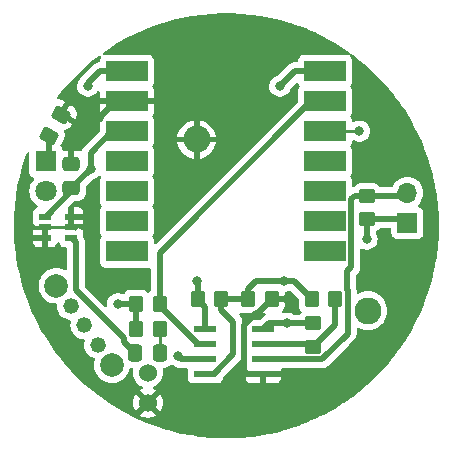
<source format=gbr>
%TF.GenerationSoftware,KiCad,Pcbnew,7.0.9*%
%TF.CreationDate,2024-04-20T20:01:19-07:00*%
%TF.ProjectId,mini_v1,6d696e69-5f76-4312-9e6b-696361645f70,rev?*%
%TF.SameCoordinates,Original*%
%TF.FileFunction,Copper,L2,Bot*%
%TF.FilePolarity,Positive*%
%FSLAX46Y46*%
G04 Gerber Fmt 4.6, Leading zero omitted, Abs format (unit mm)*
G04 Created by KiCad (PCBNEW 7.0.9) date 2024-04-20 20:01:19*
%MOMM*%
%LPD*%
G01*
G04 APERTURE LIST*
G04 Aperture macros list*
%AMRoundRect*
0 Rectangle with rounded corners*
0 $1 Rounding radius*
0 $2 $3 $4 $5 $6 $7 $8 $9 X,Y pos of 4 corners*
0 Add a 4 corners polygon primitive as box body*
4,1,4,$2,$3,$4,$5,$6,$7,$8,$9,$2,$3,0*
0 Add four circle primitives for the rounded corners*
1,1,$1+$1,$2,$3*
1,1,$1+$1,$4,$5*
1,1,$1+$1,$6,$7*
1,1,$1+$1,$8,$9*
0 Add four rect primitives between the rounded corners*
20,1,$1+$1,$2,$3,$4,$5,0*
20,1,$1+$1,$4,$5,$6,$7,0*
20,1,$1+$1,$6,$7,$8,$9,0*
20,1,$1+$1,$8,$9,$2,$3,0*%
G04 Aperture macros list end*
%TA.AperFunction,SMDPad,CuDef*%
%ADD10RoundRect,0.250000X0.242612X-0.529784X0.580112X0.054784X-0.242612X0.529784X-0.580112X-0.054784X0*%
%TD*%
%TA.AperFunction,ComponentPad*%
%ADD11C,1.800000*%
%TD*%
%TA.AperFunction,ComponentPad*%
%ADD12R,1.800000X1.800000*%
%TD*%
%TA.AperFunction,ComponentPad*%
%ADD13C,1.320800*%
%TD*%
%TA.AperFunction,ComponentPad*%
%ADD14C,2.006600*%
%TD*%
%TA.AperFunction,ComponentPad*%
%ADD15C,1.524000*%
%TD*%
%TA.AperFunction,ComponentPad*%
%ADD16C,2.280000*%
%TD*%
%TA.AperFunction,SMDPad,CuDef*%
%ADD17RoundRect,0.250000X-0.350000X-0.450000X0.350000X-0.450000X0.350000X0.450000X-0.350000X0.450000X0*%
%TD*%
%TA.AperFunction,SMDPad,CuDef*%
%ADD18RoundRect,0.250000X-0.337500X-0.475000X0.337500X-0.475000X0.337500X0.475000X-0.337500X0.475000X0*%
%TD*%
%TA.AperFunction,SMDPad,CuDef*%
%ADD19RoundRect,0.250000X0.450000X-0.350000X0.450000X0.350000X-0.450000X0.350000X-0.450000X-0.350000X0*%
%TD*%
%TA.AperFunction,ComponentPad*%
%ADD20R,1.700000X1.700000*%
%TD*%
%TA.AperFunction,ComponentPad*%
%ADD21O,1.700000X1.700000*%
%TD*%
%TA.AperFunction,SMDPad,CuDef*%
%ADD22RoundRect,0.250000X0.350000X0.450000X-0.350000X0.450000X-0.350000X-0.450000X0.350000X-0.450000X0*%
%TD*%
%TA.AperFunction,SMDPad,CuDef*%
%ADD23RoundRect,0.250000X0.475000X-0.337500X0.475000X0.337500X-0.475000X0.337500X-0.475000X-0.337500X0*%
%TD*%
%TA.AperFunction,SMDPad,CuDef*%
%ADD24R,1.981200X0.558800*%
%TD*%
%TA.AperFunction,SMDPad,CuDef*%
%ADD25RoundRect,0.250000X-0.450000X0.350000X-0.450000X-0.350000X0.450000X-0.350000X0.450000X0.350000X0*%
%TD*%
%TA.AperFunction,SMDPad,CuDef*%
%ADD26R,3.556000X1.778000*%
%TD*%
%TA.AperFunction,SMDPad,CuDef*%
%ADD27R,1.030000X0.620000*%
%TD*%
%TA.AperFunction,SMDPad,CuDef*%
%ADD28R,1.030000X0.500000*%
%TD*%
%TA.AperFunction,ViaPad*%
%ADD29C,0.800000*%
%TD*%
%TA.AperFunction,Conductor*%
%ADD30C,0.500000*%
%TD*%
%TA.AperFunction,Conductor*%
%ADD31C,0.250000*%
%TD*%
G04 APERTURE END LIST*
D10*
%TO.P,R3,1*%
%TO.N,Net-(D1-K)*%
X85471000Y-40513000D03*
%TO.P,R3,2*%
%TO.N,GND*%
X86508500Y-38715998D03*
%TD*%
D11*
%TO.P,D1,2,A*%
%TO.N,/D2*%
X85217000Y-45212000D03*
D12*
%TO.P,D1,1,K*%
%TO.N,Net-(D1-K)*%
X85217000Y-42672000D03*
%TD*%
D13*
%TO.P,SW1,1,A*%
%TO.N,VCC*%
X87311714Y-54934939D03*
%TO.P,SW1,2,B*%
%TO.N,Net-(BT1-+)*%
X88458867Y-56573244D03*
%TO.P,SW1,3,C*%
%TO.N,unconnected-(SW1-C-Pad3)*%
X89606021Y-58211549D03*
D14*
%TO.P,SW1,4*%
%TO.N,N/C*%
X86106000Y-53213000D03*
%TO.P,SW1,5*%
X90811735Y-59933488D03*
%TD*%
D15*
%TO.P,C2,2*%
%TO.N,GND*%
X93853000Y-63119000D03*
%TO.P,C2,1*%
%TO.N,/3V3*%
X93853000Y-60579000D03*
%TD*%
D16*
%TO.P,BT1,1,+*%
%TO.N,Net-(BT1-+)*%
X112467386Y-55317386D03*
%TO.P,BT1,2,-*%
%TO.N,GND*%
X97978768Y-40828768D03*
%TD*%
D17*
%TO.P,R1,1*%
%TO.N,/3V3*%
X98060000Y-54356000D03*
%TO.P,R1,2*%
%TO.N,/1{slash}2 3V3*%
X100060000Y-54356000D03*
%TD*%
D18*
%TO.P,C3,1*%
%TO.N,Net-(MK1-OUT)*%
X92769500Y-58928000D03*
%TO.P,C3,2*%
%TO.N,/VMM out*%
X94844500Y-58928000D03*
%TD*%
D19*
%TO.P,Rf2,1*%
%TO.N,/IN1-*%
X107823000Y-58404000D03*
%TO.P,Rf2,2*%
%TO.N,/A0*%
X107823000Y-56404000D03*
%TD*%
D20*
%TO.P,J1,1,Pin_1*%
%TO.N,/1{slash}2 3V3*%
X115824000Y-47884000D03*
D21*
%TO.P,J1,2,Pin_2*%
%TO.N,/Piezo+*%
X115824000Y-45344000D03*
%TD*%
D22*
%TO.P,Rs1,1*%
%TO.N,/VMM out*%
X94837000Y-56881000D03*
%TO.P,Rs1,2*%
%TO.N,/IN2-*%
X92837000Y-56881000D03*
%TD*%
D23*
%TO.P,C1,2*%
%TO.N,GND*%
X87376000Y-42883000D03*
%TO.P,C1,1*%
%TO.N,/3V3*%
X87376000Y-44958000D03*
%TD*%
D17*
%TO.P,Rf1,1*%
%TO.N,/IN2-*%
X92837000Y-54737000D03*
%TO.P,Rf1,2*%
%TO.N,/A1*%
X94837000Y-54737000D03*
%TD*%
D24*
%TO.P,U2,1,1OUT*%
%TO.N,/A0*%
X103632000Y-56896000D03*
%TO.P,U2,2,1IN-*%
%TO.N,/IN1-*%
X103632000Y-58166000D03*
%TO.P,U2,3,1IN+*%
%TO.N,/Piezo+*%
X103632000Y-59436000D03*
%TO.P,U2,4,GND*%
%TO.N,GND*%
X103632000Y-60706000D03*
%TO.P,U2,5,2IN+*%
%TO.N,/1{slash}2 3V3*%
X98704400Y-60706000D03*
%TO.P,U2,6,2IN-*%
%TO.N,/IN2-*%
X98704400Y-59436000D03*
%TO.P,U2,7,2OUT*%
%TO.N,/A1*%
X98704400Y-58166000D03*
%TO.P,U2,8,VDD*%
%TO.N,/3V3*%
X98704400Y-56896000D03*
%TD*%
D17*
%TO.P,R2,1*%
%TO.N,/1{slash}2 3V3*%
X102362000Y-54356000D03*
%TO.P,R2,2*%
%TO.N,GND*%
X104362000Y-54356000D03*
%TD*%
D25*
%TO.P,Rb1,1*%
%TO.N,/Piezo+*%
X112395000Y-45593000D03*
%TO.P,Rb1,2*%
%TO.N,/1{slash}2 3V3*%
X112395000Y-47593000D03*
%TD*%
D26*
%TO.P,U1,1,GPIO1_A0_D0*%
%TO.N,/A0*%
X108839000Y-35052000D03*
%TO.P,U1,2,GPIO2_A1_D1*%
%TO.N,/A1*%
X108839000Y-37592000D03*
%TO.P,U1,3,GPIO3_A2_D2*%
%TO.N,/D2*%
X108839000Y-40132000D03*
%TO.P,U1,4,GPIO4_A3_D3*%
%TO.N,unconnected-(U1-GPIO4_A3_D3-Pad4)*%
X108839000Y-42672000D03*
%TO.P,U1,5,GPIO4_A3_D3_SDA*%
%TO.N,unconnected-(U1-GPIO4_A3_D3_SDA-Pad5)*%
X108839000Y-45212000D03*
%TO.P,U1,6,GPIO6_A5_D5_SCL*%
%TO.N,unconnected-(U1-GPIO6_A5_D5_SCL-Pad6)*%
X108839000Y-47752000D03*
%TO.P,U1,7,GPIO43_TX_D6*%
%TO.N,unconnected-(U1-GPIO43_TX_D6-Pad7)*%
X108839000Y-50292000D03*
%TO.P,U1,8,5V*%
%TO.N,VCC*%
X92075000Y-35052000D03*
%TO.P,U1,9,GND*%
%TO.N,GND*%
X92075000Y-37592000D03*
%TO.P,U1,10,3V3*%
%TO.N,/3V3*%
X92075000Y-40132000D03*
%TO.P,U1,11,GPIO9_A10_D10_COPI*%
%TO.N,unconnected-(U1-GPIO9_A10_D10_COPI-Pad11)*%
X92075000Y-42672000D03*
%TO.P,U1,12,GPIO8_A9_D9_CIPO*%
%TO.N,unconnected-(U1-GPIO8_A9_D9_CIPO-Pad12)*%
X92075000Y-45212000D03*
%TO.P,U1,13,GPIO7_A8_D8_SCK*%
%TO.N,unconnected-(U1-GPIO7_A8_D8_SCK-Pad13)*%
X92075000Y-47752000D03*
%TO.P,U1,14,GPIO44_D7_RX*%
%TO.N,unconnected-(U1-GPIO44_D7_RX-Pad14)*%
X92075000Y-50292000D03*
%TD*%
D17*
%TO.P,Rg1,1*%
%TO.N,/1{slash}2 3V3*%
X107712000Y-54356000D03*
%TO.P,Rg1,2*%
%TO.N,/IN1-*%
X109712000Y-54356000D03*
%TD*%
D27*
%TO.P,MK1,6,OUT*%
%TO.N,Net-(MK1-OUT)*%
X87359000Y-49140000D03*
D28*
%TO.P,MK1,5,GND__3*%
%TO.N,GND*%
X87359000Y-48260000D03*
D27*
%TO.P,MK1,4,GND__2*%
X87359000Y-47380000D03*
%TO.P,MK1,3,VDD*%
%TO.N,/3V3*%
X85149000Y-47380000D03*
D28*
%TO.P,MK1,2,GND__1*%
%TO.N,GND*%
X85149000Y-48260000D03*
D27*
%TO.P,MK1,1,GND*%
X85149000Y-49140000D03*
%TD*%
D29*
%TO.N,/D2*%
X111760000Y-40132000D03*
%TO.N,GND*%
X105664000Y-54356000D03*
X89718000Y-39045000D03*
%TO.N,/3V3*%
X89002071Y-43312271D03*
X98044000Y-52832000D03*
%TO.N,/1{slash}2 3V3*%
X105410000Y-52832000D03*
X112395000Y-49276000D03*
%TO.N,VCC*%
X88773000Y-36322000D03*
%TO.N,/A0*%
X105029000Y-36322000D03*
X105664000Y-56388000D03*
%TO.N,/IN2-*%
X96393000Y-59182000D03*
X91313000Y-54737000D03*
%TD*%
D30*
%TO.N,/3V3*%
X85149000Y-47380000D02*
X85208000Y-47380000D01*
X87376000Y-45212000D02*
X87376000Y-44958000D01*
X85208000Y-47380000D02*
X87376000Y-45212000D01*
D31*
%TO.N,/D2*%
X111760000Y-40132000D02*
X108077000Y-40132000D01*
D30*
%TO.N,Net-(D1-K)*%
X85471000Y-40513000D02*
X85471000Y-42418000D01*
D31*
X85471000Y-42418000D02*
X85217000Y-42672000D01*
D30*
%TO.N,/3V3*%
X87376000Y-44958000D02*
X87376000Y-44938342D01*
X87376000Y-44938342D02*
X89002071Y-43312271D01*
%TO.N,GND*%
X87376000Y-41387000D02*
X87376000Y-42883000D01*
X89718000Y-39045000D02*
X87376000Y-41387000D01*
%TO.N,/3V3*%
X89002071Y-43312271D02*
X89002071Y-41934929D01*
X89002071Y-41934929D02*
X90805000Y-40132000D01*
%TO.N,GND*%
X89718000Y-39045000D02*
X91171000Y-37592000D01*
X91171000Y-37592000D02*
X92837000Y-37592000D01*
%TO.N,/Piezo+*%
X112395000Y-45593000D02*
X111379000Y-45593000D01*
X111379000Y-45593000D02*
X111067000Y-45905000D01*
X108569878Y-59454000D02*
X107076122Y-59454000D01*
X111067000Y-45905000D02*
X111067000Y-51631000D01*
X110762000Y-53609122D02*
X110762000Y-57261878D01*
X111067000Y-51631000D02*
X110744000Y-51954000D01*
X110744000Y-51954000D02*
X110744000Y-53591122D01*
X110744000Y-53591122D02*
X110762000Y-53609122D01*
X110762000Y-57261878D02*
X108569878Y-59454000D01*
X107058122Y-59436000D02*
X103632000Y-59436000D01*
X107076122Y-59454000D02*
X107058122Y-59436000D01*
%TO.N,GND*%
X101981000Y-60452000D02*
X102235000Y-60706000D01*
D31*
X85149000Y-48260000D02*
X85149000Y-49140000D01*
D30*
X104362000Y-54356000D02*
X103212000Y-55506000D01*
D31*
X92837000Y-37592000D02*
X92710000Y-37592000D01*
D30*
X102990000Y-55506000D02*
X101981000Y-56515000D01*
D31*
X85149000Y-48260000D02*
X87359000Y-48260000D01*
X87359000Y-48260000D02*
X87359000Y-47380000D01*
D30*
X102235000Y-60706000D02*
X103632000Y-60706000D01*
D31*
X87639000Y-48378000D02*
X87757000Y-48260000D01*
D30*
X103212000Y-55506000D02*
X102990000Y-55506000D01*
X101981000Y-56515000D02*
X101981000Y-60452000D01*
X104362000Y-54356000D02*
X105664000Y-54356000D01*
D31*
%TO.N,/3V3*%
X90805000Y-40132000D02*
X92710000Y-40132000D01*
D30*
X98704400Y-56896000D02*
X98704400Y-55000400D01*
X98060000Y-52848000D02*
X98044000Y-52832000D01*
X98704400Y-55000400D02*
X98060000Y-54356000D01*
X98060000Y-54356000D02*
X98060000Y-52848000D01*
%TO.N,Net-(MK1-OUT)*%
X91787000Y-57945500D02*
X92769500Y-58928000D01*
X87757000Y-53594000D02*
X91787000Y-57624000D01*
X87359000Y-49140000D02*
X87757000Y-49538000D01*
X91787000Y-57624000D02*
X91787000Y-57945500D01*
X87757000Y-49538000D02*
X87757000Y-53594000D01*
%TO.N,/1{slash}2 3V3*%
X101092000Y-56261000D02*
X101092000Y-59029600D01*
X100060000Y-54356000D02*
X100060000Y-55229000D01*
X102362000Y-54356000D02*
X102362000Y-53467000D01*
X100060000Y-55229000D02*
X101092000Y-56261000D01*
X112395000Y-47593000D02*
X115533000Y-47593000D01*
D31*
X99415600Y-60706000D02*
X98704400Y-60706000D01*
D30*
X102362000Y-53467000D02*
X102997000Y-52832000D01*
X106188000Y-52832000D02*
X107712000Y-54356000D01*
X115533000Y-47593000D02*
X115824000Y-47884000D01*
X101092000Y-59029600D02*
X99415600Y-60706000D01*
X112395000Y-47593000D02*
X112395000Y-49276000D01*
X100060000Y-54356000D02*
X102362000Y-54356000D01*
X105410000Y-52832000D02*
X106188000Y-52832000D01*
X102997000Y-52832000D02*
X105410000Y-52832000D01*
%TO.N,/Piezo+*%
X115575000Y-45593000D02*
X115824000Y-45344000D01*
X112395000Y-45593000D02*
X115575000Y-45593000D01*
%TO.N,VCC*%
X88773000Y-36068000D02*
X88773000Y-36322000D01*
X92837000Y-35052000D02*
X89789000Y-35052000D01*
X89789000Y-35052000D02*
X88773000Y-36068000D01*
D31*
%TO.N,/A0*%
X104394000Y-56388000D02*
X104410000Y-56404000D01*
D30*
X103632000Y-56896000D02*
X104140000Y-56388000D01*
X105664000Y-56388000D02*
X105680000Y-56404000D01*
X108077000Y-35052000D02*
X106299000Y-35052000D01*
X104410000Y-56404000D02*
X105648000Y-56404000D01*
X104140000Y-56388000D02*
X104394000Y-56388000D01*
X105648000Y-56404000D02*
X105664000Y-56388000D01*
X105680000Y-56404000D02*
X107823000Y-56404000D01*
X106299000Y-35052000D02*
X105029000Y-36322000D01*
%TO.N,/A1*%
X98054400Y-58166000D02*
X94837000Y-54948600D01*
X94837000Y-50451000D02*
X107696000Y-37592000D01*
X98704400Y-58166000D02*
X98054400Y-58166000D01*
D31*
X94837000Y-54948600D02*
X94837000Y-54737000D01*
D30*
X94837000Y-54737000D02*
X94837000Y-50451000D01*
X107696000Y-37592000D02*
X107950000Y-37592000D01*
D31*
%TO.N,/VMM out*%
X94837000Y-56881000D02*
X94837000Y-58920500D01*
X94844500Y-56888500D02*
X94837000Y-56881000D01*
X94837000Y-58920500D02*
X94844500Y-58928000D01*
D30*
%TO.N,/IN2-*%
X96647000Y-59436000D02*
X96393000Y-59182000D01*
X92837000Y-56881000D02*
X92837000Y-54737000D01*
X92837000Y-54737000D02*
X91313000Y-54737000D01*
X98704400Y-59436000D02*
X96647000Y-59436000D01*
D31*
%TO.N,/IN1-*%
X107585000Y-58166000D02*
X107823000Y-58404000D01*
D30*
X103632000Y-58166000D02*
X107585000Y-58166000D01*
X109712000Y-56515000D02*
X107823000Y-58404000D01*
X109712000Y-54356000D02*
X109712000Y-56515000D01*
%TD*%
%TA.AperFunction,Conductor*%
%TO.N,GND*%
G36*
X100935494Y-30139504D02*
G01*
X101684919Y-30174669D01*
X101780723Y-30180333D01*
X102521732Y-30250028D01*
X102623087Y-30260843D01*
X103354539Y-30364420D01*
X103460682Y-30380846D01*
X104181382Y-30517626D01*
X104291712Y-30540081D01*
X105000442Y-30709354D01*
X105114318Y-30738191D01*
X105810016Y-30939249D01*
X105926663Y-30974728D01*
X106567183Y-31192853D01*
X106608099Y-31206787D01*
X106727013Y-31249186D01*
X107393082Y-31511457D01*
X107513532Y-31560933D01*
X108163183Y-31852612D01*
X108284524Y-31909292D01*
X108916642Y-32229508D01*
X109038270Y-32293484D01*
X109651796Y-32641339D01*
X109741989Y-32694364D01*
X109773129Y-32712671D01*
X110367075Y-33087261D01*
X110443128Y-33136949D01*
X110487410Y-33165879D01*
X110951326Y-33489817D01*
X110961190Y-33496705D01*
X111004886Y-33551224D01*
X111011742Y-33616634D01*
X111078633Y-33602083D01*
X111142437Y-33625278D01*
X111179613Y-33652154D01*
X111731490Y-34077339D01*
X111848187Y-34170402D01*
X112377619Y-34619369D01*
X112491639Y-34719461D01*
X112997764Y-35191184D01*
X113108557Y-35298119D01*
X113590532Y-35791529D01*
X113697596Y-35905110D01*
X114068273Y-36322000D01*
X114154584Y-36419072D01*
X114257440Y-36539070D01*
X114688683Y-37072463D01*
X114714904Y-37106151D01*
X114774828Y-37183142D01*
X114786861Y-37198601D01*
X114959567Y-37433981D01*
X115191621Y-37750247D01*
X115284718Y-37882280D01*
X115427367Y-38097129D01*
X115662310Y-38450987D01*
X115749869Y-38588527D01*
X116099662Y-39173091D01*
X116181330Y-39315840D01*
X116502712Y-39914990D01*
X116578131Y-40062576D01*
X116870575Y-40675081D01*
X116939398Y-40827076D01*
X117202423Y-41451696D01*
X117212196Y-41476311D01*
X117251621Y-41575614D01*
X117264337Y-41607642D01*
X117311118Y-41735135D01*
X117497484Y-42243052D01*
X117552265Y-42402622D01*
X117755131Y-43047497D01*
X117802513Y-43210155D01*
X117974766Y-43863209D01*
X118014559Y-44028528D01*
X118155890Y-44688365D01*
X118187935Y-44855922D01*
X118298112Y-45521232D01*
X118322257Y-45690458D01*
X118401091Y-46359879D01*
X118417248Y-46530374D01*
X118464599Y-47202488D01*
X118472697Y-47373773D01*
X118490465Y-48131546D01*
X118490465Y-48134452D01*
X118472697Y-48892226D01*
X118464599Y-49063511D01*
X118417248Y-49735625D01*
X118401091Y-49906120D01*
X118322257Y-50575541D01*
X118298112Y-50744767D01*
X118187935Y-51410077D01*
X118155890Y-51577634D01*
X118014559Y-52237471D01*
X117974766Y-52402790D01*
X117802513Y-53055844D01*
X117755131Y-53218502D01*
X117552265Y-53863377D01*
X117497484Y-54022947D01*
X117264341Y-54658348D01*
X117202423Y-54814303D01*
X116939398Y-55438923D01*
X116870575Y-55590918D01*
X116578131Y-56203423D01*
X116502712Y-56351009D01*
X116181330Y-56950159D01*
X116099662Y-57092908D01*
X115749869Y-57677472D01*
X115662310Y-57815012D01*
X115284720Y-58383718D01*
X115191621Y-58515752D01*
X114786868Y-59067389D01*
X114688683Y-59193536D01*
X114257440Y-59726929D01*
X114154584Y-59846927D01*
X113697598Y-60360887D01*
X113680776Y-60378735D01*
X113590532Y-60474470D01*
X113108557Y-60967880D01*
X112997764Y-61074815D01*
X112491639Y-61546538D01*
X112377619Y-61646630D01*
X111848187Y-62095597D01*
X111731490Y-62188660D01*
X111179613Y-62613845D01*
X111060828Y-62699720D01*
X110487414Y-63100117D01*
X110367075Y-63178738D01*
X109773129Y-63553328D01*
X109651780Y-63624670D01*
X109038296Y-63972501D01*
X108997474Y-63993974D01*
X108916621Y-64036502D01*
X108284534Y-64356702D01*
X108251250Y-64372250D01*
X108163160Y-64413397D01*
X107513547Y-64705060D01*
X107393066Y-64754548D01*
X106727016Y-65016812D01*
X106608099Y-65059212D01*
X105926676Y-65291267D01*
X105809973Y-65326762D01*
X105114324Y-65527806D01*
X105000436Y-65556647D01*
X104291727Y-65725915D01*
X104181325Y-65748384D01*
X103460694Y-65885151D01*
X103354502Y-65901585D01*
X102623087Y-66005156D01*
X102521715Y-66015972D01*
X101780748Y-66085664D01*
X101684881Y-66091332D01*
X100935502Y-66126495D01*
X100866011Y-66127315D01*
X100845926Y-66127553D01*
X100089287Y-66127553D01*
X100006521Y-66124619D01*
X99243965Y-66088837D01*
X99168582Y-66082591D01*
X98401338Y-66010428D01*
X98343029Y-66002810D01*
X98334154Y-66001650D01*
X98219234Y-65985377D01*
X97563293Y-65892493D01*
X97505023Y-65882061D01*
X96731729Y-65735299D01*
X96682895Y-65724153D01*
X95908442Y-65539182D01*
X95869730Y-65528400D01*
X95095267Y-65304578D01*
X95074137Y-65297603D01*
X95067269Y-65295335D01*
X94294023Y-65032011D01*
X94280951Y-65027000D01*
X94277345Y-65025617D01*
X93506446Y-64722068D01*
X93501590Y-64719937D01*
X92736998Y-64376652D01*
X92734374Y-64375399D01*
X91984140Y-63995349D01*
X91981578Y-63993974D01*
X91249991Y-63579182D01*
X91247513Y-63577700D01*
X90536128Y-63129043D01*
X90533742Y-63127459D01*
X89844176Y-62645957D01*
X89841843Y-62644245D01*
X89635909Y-62485586D01*
X89175617Y-62130961D01*
X89173390Y-62129160D01*
X88531933Y-61585194D01*
X88529805Y-61583302D01*
X87914537Y-61009855D01*
X87912479Y-61007843D01*
X87872045Y-60966450D01*
X87324799Y-60406221D01*
X87322836Y-60404114D01*
X87318843Y-60399623D01*
X86763997Y-59775602D01*
X86762148Y-59773422D01*
X86233382Y-59119406D01*
X86231613Y-59117109D01*
X86017505Y-58825302D01*
X85734089Y-58439035D01*
X85732448Y-58436686D01*
X85267241Y-57736018D01*
X85265710Y-57733590D01*
X84962217Y-57226400D01*
X84833859Y-57011891D01*
X84832425Y-57009362D01*
X84434888Y-56268237D01*
X84433595Y-56265683D01*
X84135490Y-55641322D01*
X84071225Y-55506724D01*
X84070048Y-55504102D01*
X83743647Y-54728980D01*
X83742590Y-54726295D01*
X83452885Y-53936744D01*
X83451952Y-53934003D01*
X83448558Y-53923215D01*
X83199582Y-53131766D01*
X83198784Y-53129008D01*
X82984277Y-52315757D01*
X82983612Y-52312970D01*
X82807469Y-51490607D01*
X82806927Y-51487751D01*
X82684123Y-50746189D01*
X82669525Y-50658038D01*
X82669123Y-50655201D01*
X82570755Y-49819901D01*
X82570490Y-49817080D01*
X82540402Y-49390000D01*
X84134000Y-49390000D01*
X84134000Y-49497844D01*
X84140401Y-49557372D01*
X84140403Y-49557379D01*
X84190645Y-49692086D01*
X84190649Y-49692093D01*
X84276809Y-49807187D01*
X84276812Y-49807190D01*
X84391906Y-49893350D01*
X84391913Y-49893354D01*
X84526620Y-49943596D01*
X84526627Y-49943598D01*
X84586155Y-49949999D01*
X84586172Y-49950000D01*
X84899000Y-49950000D01*
X84899000Y-49390000D01*
X84134000Y-49390000D01*
X82540402Y-49390000D01*
X82511383Y-48978098D01*
X82511249Y-48975234D01*
X82509250Y-48890000D01*
X82500340Y-48510000D01*
X84134000Y-48510000D01*
X84134000Y-48557844D01*
X84140401Y-48617372D01*
X84140403Y-48617382D01*
X84143867Y-48626668D01*
X84148851Y-48696359D01*
X84143867Y-48713332D01*
X84140403Y-48722617D01*
X84140401Y-48722627D01*
X84134000Y-48782155D01*
X84134000Y-48890000D01*
X84899000Y-48890000D01*
X84899000Y-48510000D01*
X84134000Y-48510000D01*
X82500340Y-48510000D01*
X82491534Y-48134449D01*
X82491534Y-48131546D01*
X82493504Y-48047546D01*
X82511249Y-47290756D01*
X82511383Y-47287903D01*
X82570490Y-46448915D01*
X82570754Y-46446102D01*
X82669123Y-45610792D01*
X82669527Y-45607948D01*
X82674253Y-45579413D01*
X82806928Y-44778239D01*
X82807469Y-44775392D01*
X82983613Y-43953020D01*
X82984274Y-43950252D01*
X83198787Y-43136980D01*
X83199583Y-43134232D01*
X83451962Y-42331965D01*
X83452880Y-42329268D01*
X83576089Y-41993478D01*
X83617662Y-41937324D01*
X83682995Y-41912559D01*
X83751346Y-41927047D01*
X83801014Y-41976188D01*
X83816500Y-42036194D01*
X83816500Y-43619870D01*
X83816501Y-43619876D01*
X83822908Y-43679483D01*
X83873202Y-43814328D01*
X83873206Y-43814335D01*
X83959452Y-43929544D01*
X83959455Y-43929547D01*
X84074664Y-44015793D01*
X84074673Y-44015798D01*
X84154904Y-44045722D01*
X84210838Y-44087593D01*
X84235256Y-44153057D01*
X84220405Y-44221330D01*
X84202802Y-44245886D01*
X84108019Y-44348849D01*
X83981075Y-44543151D01*
X83887842Y-44755699D01*
X83830866Y-44980691D01*
X83830864Y-44980702D01*
X83811700Y-45211993D01*
X83811700Y-45212006D01*
X83830864Y-45443297D01*
X83830866Y-45443308D01*
X83887842Y-45668300D01*
X83981075Y-45880848D01*
X84108016Y-46075147D01*
X84108019Y-46075151D01*
X84108021Y-46075153D01*
X84265216Y-46245913D01*
X84265219Y-46245915D01*
X84265222Y-46245918D01*
X84448365Y-46388464D01*
X84452666Y-46391274D01*
X84451537Y-46393002D01*
X84494884Y-46436003D01*
X84510008Y-46504216D01*
X84485854Y-46569778D01*
X84430088Y-46611872D01*
X84429624Y-46612046D01*
X84391676Y-46626200D01*
X84391664Y-46626206D01*
X84276455Y-46712452D01*
X84276452Y-46712455D01*
X84190206Y-46827664D01*
X84190202Y-46827671D01*
X84139910Y-46962513D01*
X84139909Y-46962517D01*
X84133500Y-47022127D01*
X84133500Y-47022134D01*
X84133500Y-47022135D01*
X84133500Y-47737870D01*
X84133501Y-47737876D01*
X84139909Y-47797484D01*
X84143601Y-47807384D01*
X84148583Y-47877076D01*
X84143602Y-47894042D01*
X84140403Y-47902618D01*
X84140401Y-47902627D01*
X84134000Y-47962155D01*
X84134000Y-48010000D01*
X84187546Y-48010000D01*
X84254585Y-48029685D01*
X84275227Y-48046319D01*
X84276455Y-48047547D01*
X84391664Y-48133793D01*
X84391671Y-48133797D01*
X84526517Y-48184091D01*
X84526516Y-48184091D01*
X84533444Y-48184835D01*
X84586127Y-48190500D01*
X85275001Y-48190499D01*
X85342039Y-48210183D01*
X85387794Y-48262987D01*
X85399000Y-48314499D01*
X85399000Y-49950000D01*
X85711828Y-49950000D01*
X85711844Y-49949999D01*
X85771372Y-49943598D01*
X85771379Y-49943596D01*
X85906086Y-49893354D01*
X85906093Y-49893350D01*
X86021187Y-49807190D01*
X86021190Y-49807187D01*
X86107350Y-49692093D01*
X86107355Y-49692084D01*
X86137551Y-49611124D01*
X86179421Y-49555190D01*
X86244885Y-49530772D01*
X86313159Y-49545623D01*
X86362564Y-49595028D01*
X86369915Y-49611123D01*
X86400202Y-49692328D01*
X86400206Y-49692335D01*
X86486452Y-49807544D01*
X86486455Y-49807547D01*
X86601664Y-49893793D01*
X86601671Y-49893797D01*
X86634711Y-49906120D01*
X86736517Y-49944091D01*
X86796127Y-49950500D01*
X86882501Y-49950499D01*
X86949538Y-49970183D01*
X86995294Y-50022986D01*
X87006500Y-50074499D01*
X87006500Y-51779710D01*
X86986815Y-51846749D01*
X86934011Y-51892504D01*
X86864853Y-51902448D01*
X86817712Y-51885438D01*
X86790823Y-51868961D01*
X86572136Y-51778378D01*
X86341977Y-51723122D01*
X86106000Y-51704550D01*
X85870022Y-51723122D01*
X85639863Y-51778378D01*
X85421177Y-51868960D01*
X85219359Y-51992634D01*
X85219358Y-51992635D01*
X85039365Y-52146365D01*
X84885635Y-52326358D01*
X84885634Y-52326359D01*
X84761960Y-52528177D01*
X84671378Y-52746863D01*
X84616122Y-52977022D01*
X84597550Y-53213000D01*
X84616122Y-53448977D01*
X84671378Y-53679136D01*
X84761960Y-53897822D01*
X84885634Y-54099640D01*
X84885635Y-54099641D01*
X84885636Y-54099643D01*
X84885638Y-54099645D01*
X85039365Y-54279635D01*
X85219355Y-54433362D01*
X85219357Y-54433363D01*
X85219358Y-54433364D01*
X85219359Y-54433365D01*
X85421177Y-54557039D01*
X85639863Y-54647621D01*
X85870026Y-54702878D01*
X86039849Y-54716243D01*
X86105137Y-54741127D01*
X86146607Y-54797358D01*
X86153590Y-54851301D01*
X86145841Y-54934936D01*
X86145841Y-54934939D01*
X86165691Y-55149167D01*
X86224569Y-55356098D01*
X86224574Y-55356111D01*
X86320465Y-55548685D01*
X86320467Y-55548688D01*
X86320469Y-55548692D01*
X86320472Y-55548696D01*
X86320474Y-55548699D01*
X86362121Y-55603849D01*
X86450123Y-55720383D01*
X86450126Y-55720385D01*
X86450128Y-55720388D01*
X86609116Y-55865324D01*
X86609118Y-55865325D01*
X86609119Y-55865326D01*
X86792040Y-55978586D01*
X86992658Y-56056306D01*
X87204141Y-56095839D01*
X87223523Y-56095839D01*
X87290562Y-56115524D01*
X87336317Y-56168328D01*
X87346261Y-56237486D01*
X87342789Y-56253773D01*
X87312845Y-56359013D01*
X87312844Y-56359015D01*
X87292994Y-56573243D01*
X87292994Y-56573244D01*
X87312844Y-56787472D01*
X87371722Y-56994403D01*
X87371727Y-56994416D01*
X87467618Y-57186990D01*
X87467620Y-57186993D01*
X87467622Y-57186997D01*
X87467625Y-57187001D01*
X87467627Y-57187004D01*
X87514553Y-57249144D01*
X87597276Y-57358688D01*
X87597279Y-57358690D01*
X87597281Y-57358693D01*
X87756269Y-57503629D01*
X87756271Y-57503630D01*
X87756272Y-57503631D01*
X87939193Y-57616891D01*
X88139811Y-57694611D01*
X88351294Y-57734144D01*
X88370677Y-57734144D01*
X88437716Y-57753829D01*
X88483471Y-57806633D01*
X88493415Y-57875791D01*
X88489943Y-57892078D01*
X88459999Y-57997318D01*
X88459998Y-57997320D01*
X88440148Y-58211548D01*
X88440148Y-58211549D01*
X88459998Y-58425777D01*
X88518876Y-58632708D01*
X88518881Y-58632721D01*
X88614772Y-58825295D01*
X88614774Y-58825298D01*
X88614776Y-58825302D01*
X88744430Y-58996993D01*
X88744433Y-58996995D01*
X88744435Y-58996998D01*
X88903423Y-59141934D01*
X88903425Y-59141935D01*
X88903426Y-59141936D01*
X89086347Y-59255196D01*
X89086348Y-59255196D01*
X89086349Y-59255197D01*
X89135257Y-59274144D01*
X89286965Y-59332916D01*
X89286976Y-59332918D01*
X89287127Y-59332961D01*
X89287199Y-59333006D01*
X89292311Y-59334987D01*
X89291924Y-59335985D01*
X89346228Y-59370227D01*
X89375800Y-59433531D01*
X89373793Y-59481182D01*
X89321857Y-59697510D01*
X89303285Y-59933488D01*
X89321857Y-60169465D01*
X89377113Y-60399624D01*
X89467695Y-60618310D01*
X89591369Y-60820128D01*
X89591370Y-60820129D01*
X89591371Y-60820131D01*
X89591373Y-60820133D01*
X89745100Y-61000123D01*
X89925090Y-61153850D01*
X89925092Y-61153851D01*
X89925093Y-61153852D01*
X89925094Y-61153853D01*
X90126912Y-61277527D01*
X90283982Y-61342587D01*
X90345598Y-61368109D01*
X90575761Y-61423366D01*
X90811735Y-61441938D01*
X91047709Y-61423366D01*
X91277872Y-61368109D01*
X91496557Y-61277527D01*
X91698380Y-61153850D01*
X91878370Y-61000123D01*
X92032097Y-60820133D01*
X92155774Y-60618310D01*
X92246356Y-60399625D01*
X92282625Y-60248549D01*
X92317414Y-60187961D01*
X92379440Y-60155796D01*
X92403188Y-60153499D01*
X92498376Y-60153499D01*
X92565414Y-60173184D01*
X92611169Y-60225988D01*
X92621113Y-60295146D01*
X92618150Y-60309591D01*
X92604931Y-60358926D01*
X92604930Y-60358930D01*
X92604930Y-60358932D01*
X92603194Y-60378772D01*
X92585677Y-60578997D01*
X92585677Y-60579002D01*
X92604929Y-60799062D01*
X92604930Y-60799070D01*
X92662104Y-61012445D01*
X92662105Y-61012447D01*
X92662106Y-61012450D01*
X92728042Y-61153850D01*
X92755466Y-61212662D01*
X92755468Y-61212666D01*
X92882170Y-61393615D01*
X92882175Y-61393621D01*
X93038378Y-61549824D01*
X93038384Y-61549829D01*
X93219333Y-61676531D01*
X93219335Y-61676532D01*
X93219338Y-61676534D01*
X93348781Y-61736894D01*
X93401220Y-61783066D01*
X93420372Y-61850260D01*
X93400156Y-61917141D01*
X93348781Y-61961658D01*
X93219586Y-62021903D01*
X93154812Y-62067257D01*
X93154811Y-62067258D01*
X93825554Y-62738000D01*
X93821431Y-62738000D01*
X93727579Y-62753661D01*
X93615749Y-62814180D01*
X93529629Y-62907731D01*
X93478552Y-63024177D01*
X93472894Y-63092447D01*
X92801258Y-62420811D01*
X92801257Y-62420812D01*
X92755903Y-62485586D01*
X92662579Y-62685720D01*
X92662575Y-62685729D01*
X92605426Y-62899013D01*
X92605424Y-62899023D01*
X92586179Y-63118999D01*
X92586179Y-63119000D01*
X92605424Y-63338976D01*
X92605426Y-63338986D01*
X92662575Y-63552270D01*
X92662580Y-63552284D01*
X92755899Y-63752407D01*
X92755900Y-63752409D01*
X92801258Y-63817187D01*
X93468096Y-63150349D01*
X93468051Y-63150898D01*
X93499266Y-63274162D01*
X93568813Y-63380612D01*
X93669157Y-63458713D01*
X93789422Y-63500000D01*
X93825553Y-63500000D01*
X93154811Y-64170741D01*
X93219582Y-64216094D01*
X93219592Y-64216100D01*
X93419715Y-64309419D01*
X93419729Y-64309424D01*
X93633013Y-64366573D01*
X93633023Y-64366575D01*
X93852999Y-64385821D01*
X93853001Y-64385821D01*
X94072976Y-64366575D01*
X94072986Y-64366573D01*
X94286270Y-64309424D01*
X94286284Y-64309419D01*
X94486408Y-64216100D01*
X94486420Y-64216093D01*
X94551186Y-64170742D01*
X94551187Y-64170740D01*
X93880448Y-63500000D01*
X93884569Y-63500000D01*
X93978421Y-63484339D01*
X94090251Y-63423820D01*
X94176371Y-63330269D01*
X94227448Y-63213823D01*
X94233105Y-63145552D01*
X94904740Y-63817187D01*
X94904742Y-63817186D01*
X94950093Y-63752420D01*
X94950100Y-63752408D01*
X95043419Y-63552284D01*
X95043424Y-63552270D01*
X95100573Y-63338986D01*
X95100575Y-63338976D01*
X95119821Y-63119000D01*
X95119821Y-63118999D01*
X95100575Y-62899023D01*
X95100573Y-62899013D01*
X95043424Y-62685729D01*
X95043420Y-62685720D01*
X94950098Y-62485590D01*
X94904740Y-62420811D01*
X94237903Y-63087648D01*
X94237949Y-63087102D01*
X94206734Y-62963838D01*
X94137187Y-62857388D01*
X94036843Y-62779287D01*
X93916578Y-62738000D01*
X93880447Y-62738000D01*
X94551187Y-62067258D01*
X94486409Y-62021900D01*
X94486407Y-62021899D01*
X94357219Y-61961658D01*
X94304779Y-61915486D01*
X94285627Y-61848293D01*
X94305843Y-61781411D01*
X94357219Y-61736894D01*
X94486662Y-61676534D01*
X94667620Y-61549826D01*
X94823826Y-61393620D01*
X94950534Y-61212662D01*
X95043894Y-61012450D01*
X95101070Y-60799068D01*
X95120323Y-60579000D01*
X95101070Y-60358932D01*
X95087849Y-60309591D01*
X95089512Y-60239743D01*
X95128674Y-60181881D01*
X95192902Y-60154376D01*
X95207624Y-60153499D01*
X95232002Y-60153499D01*
X95232008Y-60153499D01*
X95334797Y-60142999D01*
X95501334Y-60087814D01*
X95650656Y-59995712D01*
X95714765Y-59931602D01*
X95776084Y-59898120D01*
X95845776Y-59903104D01*
X95875324Y-59918965D01*
X95928677Y-59957728D01*
X95940270Y-59966151D01*
X96113192Y-60043142D01*
X96113197Y-60043144D01*
X96212428Y-60064236D01*
X96243489Y-60076678D01*
X96243779Y-60076059D01*
X96250321Y-60079109D01*
X96250323Y-60079111D01*
X96319930Y-60111569D01*
X96388567Y-60146040D01*
X96388576Y-60146042D01*
X96395355Y-60148510D01*
X96395334Y-60148567D01*
X96402451Y-60151040D01*
X96402470Y-60150984D01*
X96409330Y-60153257D01*
X96484532Y-60168784D01*
X96559279Y-60186500D01*
X96559288Y-60186500D01*
X96566452Y-60187338D01*
X96566445Y-60187397D01*
X96573946Y-60188163D01*
X96573952Y-60188104D01*
X96581140Y-60188733D01*
X96581143Y-60188732D01*
X96581144Y-60188733D01*
X96657898Y-60186500D01*
X97095921Y-60186500D01*
X97162960Y-60206185D01*
X97208715Y-60258989D01*
X97219210Y-60323752D01*
X97213300Y-60378727D01*
X97213300Y-60378734D01*
X97213300Y-60378735D01*
X97213300Y-61033270D01*
X97213301Y-61033276D01*
X97219708Y-61092883D01*
X97270002Y-61227728D01*
X97270006Y-61227735D01*
X97356252Y-61342944D01*
X97356255Y-61342947D01*
X97471464Y-61429193D01*
X97471471Y-61429197D01*
X97606317Y-61479491D01*
X97606316Y-61479491D01*
X97613244Y-61480235D01*
X97665927Y-61485900D01*
X99742872Y-61485899D01*
X99802483Y-61479491D01*
X99937331Y-61429196D01*
X100052546Y-61342946D01*
X100138796Y-61227731D01*
X100189091Y-61092883D01*
X100195500Y-61033273D01*
X100195499Y-61033258D01*
X100195549Y-61032345D01*
X100195623Y-61032134D01*
X100195856Y-61029969D01*
X100196367Y-61030023D01*
X100218779Y-60966450D01*
X100227670Y-60956000D01*
X102141400Y-60956000D01*
X102141400Y-61033244D01*
X102147801Y-61092772D01*
X102147803Y-61092779D01*
X102198045Y-61227486D01*
X102198049Y-61227493D01*
X102284209Y-61342587D01*
X102284212Y-61342590D01*
X102399306Y-61428750D01*
X102399313Y-61428754D01*
X102534020Y-61478996D01*
X102534027Y-61478998D01*
X102593555Y-61485399D01*
X102593572Y-61485400D01*
X103382000Y-61485400D01*
X103382000Y-60956000D01*
X103882000Y-60956000D01*
X103882000Y-61485400D01*
X104670428Y-61485400D01*
X104670444Y-61485399D01*
X104729972Y-61478998D01*
X104729979Y-61478996D01*
X104864686Y-61428754D01*
X104864693Y-61428750D01*
X104979787Y-61342590D01*
X104979790Y-61342587D01*
X105065950Y-61227493D01*
X105065954Y-61227486D01*
X105116196Y-61092779D01*
X105116198Y-61092772D01*
X105122599Y-61033244D01*
X105122600Y-61033227D01*
X105122600Y-60956000D01*
X103882000Y-60956000D01*
X103382000Y-60956000D01*
X102141400Y-60956000D01*
X100227670Y-60956000D01*
X100231686Y-60951279D01*
X101577638Y-59605327D01*
X101591267Y-59593550D01*
X101610530Y-59579210D01*
X101610532Y-59579206D01*
X101610534Y-59579206D01*
X101628663Y-59557599D01*
X101644113Y-59539185D01*
X101647767Y-59535199D01*
X101653591Y-59529376D01*
X101673930Y-59503652D01*
X101723302Y-59444814D01*
X101723306Y-59444805D01*
X101727274Y-59438775D01*
X101727325Y-59438808D01*
X101731369Y-59432460D01*
X101731317Y-59432428D01*
X101735104Y-59426285D01*
X101735111Y-59426277D01*
X101767572Y-59356663D01*
X101802040Y-59288033D01*
X101802041Y-59288027D01*
X101804508Y-59281250D01*
X101804566Y-59281271D01*
X101807043Y-59274144D01*
X101806986Y-59274126D01*
X101809255Y-59267279D01*
X101809256Y-59267274D01*
X101809257Y-59267272D01*
X101824790Y-59192041D01*
X101842500Y-59117321D01*
X101842500Y-59117319D01*
X101843339Y-59110148D01*
X101843398Y-59110154D01*
X101844164Y-59102654D01*
X101844105Y-59102649D01*
X101844734Y-59095459D01*
X101843385Y-59049113D01*
X101842500Y-59018682D01*
X101842500Y-56324705D01*
X101843809Y-56306735D01*
X101844223Y-56303905D01*
X101847289Y-56282977D01*
X101846871Y-56278203D01*
X101842736Y-56230939D01*
X101842500Y-56225532D01*
X101842500Y-56217297D01*
X101842500Y-56217291D01*
X101838691Y-56184707D01*
X101837649Y-56172802D01*
X101835837Y-56152082D01*
X101831998Y-56108202D01*
X101831996Y-56108197D01*
X101830538Y-56101133D01*
X101830597Y-56101120D01*
X101828967Y-56093764D01*
X101828908Y-56093779D01*
X101827242Y-56086753D01*
X101827241Y-56086745D01*
X101800973Y-56014573D01*
X101793526Y-55992100D01*
X101776815Y-55941666D01*
X101773763Y-55935121D01*
X101773817Y-55935095D01*
X101770533Y-55928312D01*
X101770480Y-55928340D01*
X101767238Y-55921885D01*
X101750661Y-55896681D01*
X101725029Y-55857709D01*
X101684711Y-55792344D01*
X101684710Y-55792343D01*
X101684709Y-55792341D01*
X101680233Y-55786681D01*
X101680280Y-55786643D01*
X101675519Y-55780799D01*
X101675474Y-55780838D01*
X101670834Y-55775309D01*
X101670832Y-55775307D01*
X101670830Y-55775304D01*
X101639546Y-55745789D01*
X101614965Y-55722597D01*
X101599762Y-55707394D01*
X101566277Y-55646071D01*
X101571261Y-55576379D01*
X101613133Y-55520446D01*
X101678597Y-55496029D01*
X101726442Y-55502006D01*
X101859203Y-55545999D01*
X101961991Y-55556500D01*
X102762008Y-55556499D01*
X102762016Y-55556498D01*
X102762019Y-55556498D01*
X102818302Y-55550748D01*
X102864797Y-55545999D01*
X103031334Y-55490814D01*
X103180656Y-55398712D01*
X103274675Y-55304692D01*
X103335994Y-55271210D01*
X103405686Y-55276194D01*
X103450034Y-55304695D01*
X103543654Y-55398315D01*
X103692875Y-55490356D01*
X103692880Y-55490358D01*
X103746434Y-55508104D01*
X103803879Y-55547876D01*
X103830702Y-55612392D01*
X103818387Y-55681168D01*
X103775571Y-55729409D01*
X103736700Y-55754976D01*
X103671350Y-55795284D01*
X103665682Y-55799766D01*
X103665646Y-55799720D01*
X103659798Y-55804484D01*
X103659835Y-55804528D01*
X103654310Y-55809164D01*
X103601599Y-55865033D01*
X103386850Y-56079781D01*
X103325527Y-56113266D01*
X103299169Y-56116100D01*
X102593529Y-56116100D01*
X102593523Y-56116101D01*
X102533916Y-56122508D01*
X102399071Y-56172802D01*
X102399064Y-56172806D01*
X102283855Y-56259052D01*
X102283852Y-56259055D01*
X102197606Y-56374264D01*
X102197602Y-56374271D01*
X102147310Y-56509113D01*
X102147309Y-56509117D01*
X102140900Y-56568727D01*
X102140900Y-56568734D01*
X102140900Y-56568735D01*
X102140900Y-57223270D01*
X102140901Y-57223276D01*
X102147308Y-57282883D01*
X102197602Y-57417728D01*
X102197603Y-57417730D01*
X102226768Y-57456690D01*
X102251184Y-57522155D01*
X102236332Y-57590428D01*
X102226768Y-57605310D01*
X102197603Y-57644269D01*
X102197602Y-57644271D01*
X102147310Y-57779113D01*
X102147309Y-57779117D01*
X102140900Y-57838727D01*
X102140900Y-57838734D01*
X102140900Y-57838735D01*
X102140900Y-58493270D01*
X102140901Y-58493276D01*
X102147308Y-58552883D01*
X102197602Y-58687728D01*
X102197603Y-58687730D01*
X102226768Y-58726690D01*
X102251184Y-58792155D01*
X102236332Y-58860428D01*
X102226768Y-58875310D01*
X102197603Y-58914269D01*
X102197602Y-58914271D01*
X102147310Y-59049113D01*
X102147309Y-59049117D01*
X102140900Y-59108727D01*
X102140900Y-59108734D01*
X102140900Y-59108735D01*
X102140900Y-59763270D01*
X102140901Y-59763276D01*
X102147308Y-59822883D01*
X102197602Y-59957728D01*
X102197604Y-59957731D01*
X102227079Y-59997104D01*
X102251497Y-60062568D01*
X102236646Y-60130841D01*
X102227080Y-60145726D01*
X102198049Y-60184506D01*
X102198045Y-60184513D01*
X102147803Y-60319220D01*
X102147801Y-60319227D01*
X102141400Y-60378755D01*
X102141400Y-60456000D01*
X105122600Y-60456000D01*
X105122600Y-60378772D01*
X105122599Y-60378758D01*
X105116685Y-60323757D01*
X105129089Y-60254997D01*
X105176699Y-60203859D01*
X105239974Y-60186500D01*
X106897961Y-60186500D01*
X106926558Y-60189843D01*
X106966696Y-60199355D01*
X106988401Y-60204500D01*
X106988402Y-60204500D01*
X106995575Y-60205339D01*
X106995568Y-60205398D01*
X107003066Y-60206164D01*
X107003072Y-60206105D01*
X107010261Y-60206734D01*
X107010265Y-60206733D01*
X107010266Y-60206734D01*
X107087039Y-60204500D01*
X108506173Y-60204500D01*
X108524143Y-60205809D01*
X108547901Y-60209289D01*
X108599946Y-60204735D01*
X108605348Y-60204500D01*
X108613582Y-60204500D01*
X108613587Y-60204500D01*
X108625205Y-60203141D01*
X108646154Y-60200693D01*
X108658906Y-60199577D01*
X108722675Y-60193999D01*
X108722683Y-60193996D01*
X108729744Y-60192539D01*
X108729756Y-60192598D01*
X108737121Y-60190965D01*
X108737107Y-60190906D01*
X108744124Y-60189241D01*
X108744133Y-60189241D01*
X108816301Y-60162974D01*
X108889212Y-60138814D01*
X108889221Y-60138807D01*
X108895760Y-60135760D01*
X108895786Y-60135816D01*
X108902568Y-60132532D01*
X108902541Y-60132478D01*
X108908984Y-60129240D01*
X108908995Y-60129237D01*
X108973161Y-60087034D01*
X109038534Y-60046712D01*
X109038540Y-60046705D01*
X109044203Y-60042229D01*
X109044240Y-60042277D01*
X109050082Y-60037518D01*
X109050042Y-60037471D01*
X109055564Y-60032836D01*
X109055574Y-60032830D01*
X109077276Y-60009825D01*
X109108264Y-59976982D01*
X110873696Y-58211548D01*
X111247638Y-57837605D01*
X111261267Y-57825828D01*
X111261865Y-57825383D01*
X111280530Y-57811488D01*
X111280532Y-57811484D01*
X111280534Y-57811484D01*
X111307695Y-57779113D01*
X111314113Y-57771463D01*
X111317767Y-57767477D01*
X111323591Y-57761654D01*
X111343930Y-57735930D01*
X111393302Y-57677092D01*
X111393306Y-57677083D01*
X111397274Y-57671053D01*
X111397325Y-57671086D01*
X111401369Y-57664738D01*
X111401317Y-57664706D01*
X111405104Y-57658563D01*
X111405111Y-57658555D01*
X111437572Y-57588941D01*
X111472040Y-57520311D01*
X111472041Y-57520305D01*
X111474508Y-57513528D01*
X111474566Y-57513549D01*
X111477043Y-57506422D01*
X111476986Y-57506404D01*
X111479255Y-57499557D01*
X111479256Y-57499552D01*
X111479257Y-57499550D01*
X111494790Y-57424319D01*
X111512500Y-57349599D01*
X111512500Y-57349597D01*
X111513339Y-57342426D01*
X111513398Y-57342432D01*
X111514164Y-57334932D01*
X111514105Y-57334927D01*
X111514734Y-57327737D01*
X111512500Y-57250960D01*
X111512500Y-56877673D01*
X111532185Y-56810634D01*
X111584989Y-56764879D01*
X111654147Y-56754935D01*
X111701288Y-56771945D01*
X111720311Y-56783602D01*
X111958876Y-56882419D01*
X112209962Y-56942699D01*
X112467386Y-56962959D01*
X112724810Y-56942699D01*
X112975896Y-56882419D01*
X113214461Y-56783602D01*
X113434630Y-56648683D01*
X113630982Y-56480982D01*
X113798683Y-56284630D01*
X113933602Y-56064461D01*
X114032419Y-55825896D01*
X114092699Y-55574810D01*
X114112959Y-55317386D01*
X114092699Y-55059962D01*
X114032419Y-54808876D01*
X113933602Y-54570311D01*
X113798683Y-54350142D01*
X113630982Y-54153790D01*
X113434630Y-53986089D01*
X113214461Y-53851170D01*
X113214460Y-53851169D01*
X113214456Y-53851167D01*
X112975898Y-53752354D01*
X112975900Y-53752354D01*
X112975896Y-53752353D01*
X112975892Y-53752352D01*
X112975886Y-53752350D01*
X112724813Y-53692073D01*
X112467386Y-53671813D01*
X112209958Y-53692073D01*
X111958885Y-53752350D01*
X111958873Y-53752354D01*
X111720313Y-53851168D01*
X111701288Y-53862827D01*
X111633842Y-53881069D01*
X111567240Y-53859952D01*
X111522627Y-53806179D01*
X111512500Y-53757098D01*
X111512500Y-53672827D01*
X111513809Y-53654857D01*
X111514191Y-53652249D01*
X111517289Y-53631099D01*
X111516906Y-53626726D01*
X111512736Y-53579056D01*
X111512500Y-53573650D01*
X111512500Y-53565419D01*
X111512500Y-53565413D01*
X111508693Y-53532846D01*
X111501999Y-53456325D01*
X111501999Y-53456323D01*
X111500539Y-53449251D01*
X111500597Y-53449238D01*
X111498965Y-53441876D01*
X111498906Y-53441891D01*
X111497842Y-53437401D01*
X111497696Y-53436152D01*
X111497050Y-53433238D01*
X111496401Y-53427680D01*
X111496701Y-53427644D01*
X111494500Y-53408808D01*
X111494500Y-52316230D01*
X111514185Y-52249191D01*
X111530817Y-52228551D01*
X111552637Y-52206730D01*
X111566275Y-52194944D01*
X111585530Y-52180610D01*
X111611061Y-52150183D01*
X111619101Y-52140601D01*
X111622761Y-52136606D01*
X111628590Y-52130778D01*
X111648941Y-52105039D01*
X111656965Y-52095476D01*
X111698302Y-52046214D01*
X111698306Y-52046205D01*
X111702274Y-52040175D01*
X111702325Y-52040208D01*
X111706372Y-52033856D01*
X111706320Y-52033824D01*
X111710112Y-52027675D01*
X111742575Y-51958058D01*
X111770503Y-51902448D01*
X111777040Y-51889433D01*
X111777042Y-51889421D01*
X111779509Y-51882646D01*
X111779567Y-51882667D01*
X111782043Y-51875546D01*
X111781986Y-51875528D01*
X111784257Y-51868673D01*
X111799792Y-51793434D01*
X111817498Y-51718728D01*
X111817500Y-51718721D01*
X111817500Y-51718710D01*
X111818338Y-51711548D01*
X111818398Y-51711555D01*
X111819164Y-51704055D01*
X111819105Y-51704050D01*
X111819734Y-51696860D01*
X111817500Y-51620083D01*
X111817500Y-50195543D01*
X111837185Y-50128504D01*
X111889989Y-50082749D01*
X111959147Y-50072805D01*
X111991936Y-50082264D01*
X112115197Y-50137144D01*
X112300354Y-50176500D01*
X112300355Y-50176500D01*
X112489644Y-50176500D01*
X112489646Y-50176500D01*
X112674803Y-50137144D01*
X112847730Y-50060151D01*
X113000871Y-49948888D01*
X113127533Y-49808216D01*
X113222179Y-49644284D01*
X113280674Y-49464256D01*
X113300460Y-49276000D01*
X113280674Y-49087744D01*
X113222179Y-48907716D01*
X113211951Y-48890000D01*
X113162113Y-48803677D01*
X113145500Y-48741677D01*
X113145500Y-48708638D01*
X113165185Y-48641599D01*
X113204401Y-48603100D01*
X113313656Y-48535712D01*
X113437712Y-48411656D01*
X113443420Y-48402402D01*
X113495368Y-48355678D01*
X113548958Y-48343500D01*
X114349501Y-48343500D01*
X114416540Y-48363185D01*
X114462295Y-48415989D01*
X114473501Y-48467500D01*
X114473501Y-48781876D01*
X114479908Y-48841483D01*
X114530202Y-48976328D01*
X114530206Y-48976335D01*
X114616452Y-49091544D01*
X114616455Y-49091547D01*
X114731664Y-49177793D01*
X114731671Y-49177797D01*
X114866517Y-49228091D01*
X114866516Y-49228091D01*
X114873444Y-49228835D01*
X114926127Y-49234500D01*
X116721872Y-49234499D01*
X116781483Y-49228091D01*
X116916331Y-49177796D01*
X117031546Y-49091546D01*
X117117796Y-48976331D01*
X117168091Y-48841483D01*
X117174500Y-48781873D01*
X117174499Y-46986128D01*
X117168091Y-46926517D01*
X117131221Y-46827664D01*
X117117797Y-46791671D01*
X117117793Y-46791664D01*
X117031547Y-46676455D01*
X117031544Y-46676452D01*
X116916335Y-46590206D01*
X116916328Y-46590202D01*
X116784917Y-46541189D01*
X116728983Y-46499318D01*
X116704566Y-46433853D01*
X116719418Y-46365580D01*
X116740563Y-46337332D01*
X116862495Y-46215401D01*
X116998035Y-46021830D01*
X117097903Y-45807663D01*
X117159063Y-45579408D01*
X117179659Y-45344000D01*
X117159063Y-45108592D01*
X117097903Y-44880337D01*
X116998035Y-44666171D01*
X116998034Y-44666169D01*
X116862494Y-44472597D01*
X116695402Y-44305506D01*
X116695395Y-44305501D01*
X116501834Y-44169967D01*
X116501830Y-44169965D01*
X116465571Y-44153057D01*
X116287663Y-44070097D01*
X116287659Y-44070096D01*
X116287655Y-44070094D01*
X116059413Y-44008938D01*
X116059403Y-44008936D01*
X115824001Y-43988341D01*
X115823999Y-43988341D01*
X115588596Y-44008936D01*
X115588586Y-44008938D01*
X115360344Y-44070094D01*
X115360335Y-44070098D01*
X115146171Y-44169964D01*
X115146169Y-44169965D01*
X114952597Y-44305505D01*
X114785505Y-44472597D01*
X114649967Y-44666166D01*
X114649965Y-44666170D01*
X114627010Y-44715397D01*
X114601125Y-44770906D01*
X114554955Y-44823344D01*
X114488745Y-44842500D01*
X113548958Y-44842500D01*
X113481919Y-44822815D01*
X113443420Y-44783598D01*
X113437712Y-44774344D01*
X113313657Y-44650289D01*
X113313656Y-44650288D01*
X113164334Y-44558186D01*
X112997797Y-44503001D01*
X112997795Y-44503000D01*
X112895010Y-44492500D01*
X111894998Y-44492500D01*
X111894980Y-44492501D01*
X111792203Y-44503000D01*
X111792200Y-44503001D01*
X111625668Y-44558185D01*
X111625663Y-44558187D01*
X111476342Y-44650289D01*
X111352287Y-44774344D01*
X111347037Y-44782857D01*
X111295088Y-44829581D01*
X111226126Y-44840802D01*
X111162044Y-44812958D01*
X111123189Y-44754889D01*
X111117499Y-44717759D01*
X111117499Y-44275129D01*
X111117498Y-44275123D01*
X111117497Y-44275116D01*
X111111091Y-44215517D01*
X111103399Y-44194895D01*
X111060797Y-44080671D01*
X111060795Y-44080668D01*
X111056440Y-44074850D01*
X111012617Y-44016311D01*
X110988200Y-43950847D01*
X111003051Y-43882574D01*
X111012616Y-43867691D01*
X111060796Y-43803331D01*
X111111091Y-43668483D01*
X111117500Y-43608873D01*
X111117499Y-41735128D01*
X111111091Y-41675517D01*
X111106988Y-41664517D01*
X111060797Y-41540671D01*
X111060795Y-41540668D01*
X111059055Y-41538343D01*
X111012617Y-41476311D01*
X110988200Y-41410847D01*
X111003051Y-41342574D01*
X111012616Y-41327691D01*
X111060796Y-41263331D01*
X111111091Y-41128483D01*
X111117500Y-41068873D01*
X111117499Y-41021360D01*
X111137182Y-40954324D01*
X111189985Y-40908568D01*
X111259144Y-40898623D01*
X111303495Y-40913971D01*
X111307267Y-40916149D01*
X111307270Y-40916151D01*
X111307272Y-40916152D01*
X111307274Y-40916153D01*
X111480192Y-40993142D01*
X111480197Y-40993144D01*
X111665354Y-41032500D01*
X111665355Y-41032500D01*
X111854644Y-41032500D01*
X111854646Y-41032500D01*
X112039803Y-40993144D01*
X112212730Y-40916151D01*
X112365871Y-40804888D01*
X112492533Y-40664216D01*
X112587179Y-40500284D01*
X112645674Y-40320256D01*
X112665460Y-40132000D01*
X112645674Y-39943744D01*
X112587179Y-39763716D01*
X112492533Y-39599784D01*
X112365871Y-39459112D01*
X112365870Y-39459111D01*
X112212734Y-39347851D01*
X112212729Y-39347848D01*
X112039807Y-39270857D01*
X112039802Y-39270855D01*
X111894001Y-39239865D01*
X111854646Y-39231500D01*
X111665354Y-39231500D01*
X111632897Y-39238398D01*
X111480197Y-39270855D01*
X111480192Y-39270857D01*
X111307268Y-39347849D01*
X111303486Y-39350033D01*
X111235584Y-39366497D01*
X111169560Y-39343637D01*
X111126376Y-39288710D01*
X111117499Y-39242638D01*
X111117499Y-39195129D01*
X111117498Y-39195123D01*
X111117497Y-39195116D01*
X111111091Y-39135517D01*
X111060796Y-39000669D01*
X111012617Y-38936311D01*
X110988200Y-38870847D01*
X111003051Y-38802574D01*
X111012618Y-38787688D01*
X111060796Y-38723331D01*
X111111091Y-38588483D01*
X111117500Y-38528873D01*
X111117499Y-36655128D01*
X111111091Y-36595517D01*
X111082909Y-36519958D01*
X111060797Y-36460671D01*
X111060795Y-36460668D01*
X111012618Y-36396312D01*
X110988200Y-36330847D01*
X111003051Y-36262574D01*
X111012616Y-36247691D01*
X111060796Y-36183331D01*
X111111091Y-36048483D01*
X111117500Y-35988873D01*
X111117499Y-34115128D01*
X111111091Y-34055517D01*
X111060796Y-33920669D01*
X111060795Y-33920667D01*
X111060793Y-33920664D01*
X110970522Y-33800078D01*
X110946104Y-33734614D01*
X110953860Y-33698953D01*
X110920545Y-33718601D01*
X110850727Y-33715922D01*
X110846866Y-33714554D01*
X110724482Y-33668908D01*
X110724483Y-33668908D01*
X110664883Y-33662501D01*
X110664881Y-33662500D01*
X110664873Y-33662500D01*
X110664864Y-33662500D01*
X107013129Y-33662500D01*
X107013123Y-33662501D01*
X106953516Y-33668908D01*
X106818671Y-33719202D01*
X106818664Y-33719206D01*
X106703455Y-33805452D01*
X106703452Y-33805455D01*
X106617206Y-33920664D01*
X106617202Y-33920671D01*
X106566908Y-34055517D01*
X106560501Y-34115116D01*
X106560501Y-34115123D01*
X106560500Y-34115135D01*
X106560500Y-34177500D01*
X106540815Y-34244539D01*
X106488011Y-34290294D01*
X106436500Y-34301500D01*
X106362705Y-34301500D01*
X106344735Y-34300191D01*
X106320972Y-34296710D01*
X106275890Y-34300655D01*
X106268933Y-34301264D01*
X106263532Y-34301500D01*
X106255287Y-34301500D01*
X106229222Y-34304546D01*
X106222705Y-34305308D01*
X106217403Y-34305771D01*
X106146201Y-34312001D01*
X106139134Y-34313461D01*
X106139122Y-34313404D01*
X106131753Y-34315038D01*
X106131767Y-34315095D01*
X106124739Y-34316760D01*
X106052576Y-34343025D01*
X106052568Y-34343028D01*
X105979665Y-34367186D01*
X105979663Y-34367186D01*
X105979660Y-34367188D01*
X105973123Y-34370236D01*
X105973098Y-34370184D01*
X105966310Y-34373470D01*
X105966336Y-34373521D01*
X105959885Y-34376761D01*
X105895723Y-34418961D01*
X105830346Y-34459285D01*
X105824682Y-34463765D01*
X105824646Y-34463719D01*
X105818798Y-34468484D01*
X105818835Y-34468528D01*
X105813310Y-34473164D01*
X105760614Y-34529017D01*
X104876228Y-35413402D01*
X104814905Y-35446887D01*
X104814329Y-35447011D01*
X104749196Y-35460856D01*
X104749192Y-35460857D01*
X104576270Y-35537848D01*
X104576265Y-35537851D01*
X104423129Y-35649111D01*
X104296466Y-35789785D01*
X104201821Y-35953715D01*
X104201818Y-35953722D01*
X104158965Y-36085611D01*
X104143326Y-36133744D01*
X104123540Y-36322000D01*
X104143326Y-36510256D01*
X104143327Y-36510259D01*
X104201818Y-36690277D01*
X104201821Y-36690284D01*
X104296467Y-36854216D01*
X104423129Y-36994888D01*
X104576265Y-37106148D01*
X104576270Y-37106151D01*
X104749192Y-37183142D01*
X104749197Y-37183144D01*
X104934354Y-37222500D01*
X104934355Y-37222500D01*
X105123644Y-37222500D01*
X105123646Y-37222500D01*
X105308803Y-37183144D01*
X105481730Y-37106151D01*
X105634871Y-36994888D01*
X105761533Y-36854216D01*
X105856179Y-36690284D01*
X105911522Y-36519955D01*
X105941769Y-36470597D01*
X106375322Y-36037043D01*
X106436643Y-36003560D01*
X106506334Y-36008544D01*
X106562268Y-36050415D01*
X106579183Y-36081393D01*
X106617202Y-36183328D01*
X106617204Y-36183331D01*
X106665382Y-36247689D01*
X106689799Y-36313154D01*
X106674947Y-36381427D01*
X106665382Y-36396311D01*
X106617204Y-36460668D01*
X106617202Y-36460671D01*
X106566908Y-36595517D01*
X106560501Y-36655116D01*
X106560501Y-36655123D01*
X106560500Y-36655135D01*
X106560500Y-37614769D01*
X106540815Y-37681808D01*
X106524181Y-37702450D01*
X94565180Y-49661451D01*
X94503857Y-49694936D01*
X94434165Y-49689952D01*
X94378232Y-49648080D01*
X94353815Y-49582616D01*
X94353499Y-49573770D01*
X94353499Y-49355129D01*
X94353498Y-49355123D01*
X94353497Y-49355116D01*
X94347091Y-49295517D01*
X94324332Y-49234498D01*
X94296797Y-49160671D01*
X94296795Y-49160668D01*
X94282904Y-49142112D01*
X94248617Y-49096311D01*
X94224200Y-49030847D01*
X94239051Y-48962574D01*
X94248616Y-48947691D01*
X94296796Y-48883331D01*
X94347091Y-48748483D01*
X94353500Y-48688873D01*
X94353499Y-46815128D01*
X94347091Y-46755517D01*
X94317602Y-46676454D01*
X94296797Y-46620671D01*
X94296795Y-46620668D01*
X94248617Y-46556311D01*
X94224200Y-46490847D01*
X94239051Y-46422574D01*
X94248616Y-46407691D01*
X94296796Y-46343331D01*
X94347091Y-46208483D01*
X94353500Y-46148873D01*
X94353499Y-44275128D01*
X94347091Y-44215517D01*
X94339399Y-44194895D01*
X94296797Y-44080671D01*
X94296795Y-44080668D01*
X94292440Y-44074850D01*
X94248617Y-44016311D01*
X94224200Y-43950847D01*
X94239051Y-43882574D01*
X94248616Y-43867691D01*
X94296796Y-43803331D01*
X94347091Y-43668483D01*
X94353500Y-43608873D01*
X94353499Y-41735128D01*
X94347091Y-41675517D01*
X94342988Y-41664517D01*
X94296797Y-41540671D01*
X94296795Y-41540668D01*
X94295055Y-41538343D01*
X94248617Y-41476311D01*
X94224200Y-41410847D01*
X94239051Y-41342574D01*
X94248616Y-41327691D01*
X94296796Y-41263331D01*
X94347091Y-41128483D01*
X94352436Y-41078769D01*
X96353372Y-41078769D01*
X96353950Y-41086109D01*
X96414212Y-41337123D01*
X96414212Y-41337124D01*
X96512996Y-41575611D01*
X96512998Y-41575614D01*
X96647875Y-41795713D01*
X96647879Y-41795718D01*
X96815527Y-41992008D01*
X97011817Y-42159656D01*
X97011822Y-42159660D01*
X97231921Y-42294537D01*
X97231924Y-42294539D01*
X97470412Y-42393323D01*
X97721426Y-42453585D01*
X97728766Y-42454163D01*
X97728768Y-42454162D01*
X97728768Y-41550570D01*
X97889937Y-41588768D01*
X98023035Y-41588768D01*
X98155229Y-41573317D01*
X98228768Y-41546550D01*
X98228768Y-42454162D01*
X98228769Y-42454163D01*
X98236109Y-42453585D01*
X98487123Y-42393323D01*
X98487124Y-42393323D01*
X98725611Y-42294539D01*
X98725614Y-42294537D01*
X98945713Y-42159660D01*
X98945718Y-42159656D01*
X99142008Y-41992008D01*
X99309656Y-41795718D01*
X99309660Y-41795713D01*
X99444537Y-41575614D01*
X99444539Y-41575611D01*
X99543323Y-41337124D01*
X99543323Y-41337123D01*
X99603585Y-41086109D01*
X99604163Y-41078769D01*
X99604162Y-41078768D01*
X98697251Y-41078768D01*
X98732317Y-40961639D01*
X98742647Y-40784277D01*
X98711797Y-40609314D01*
X98698621Y-40578768D01*
X99604162Y-40578768D01*
X99604163Y-40578766D01*
X99603585Y-40571426D01*
X99543323Y-40320412D01*
X99543323Y-40320411D01*
X99444539Y-40081924D01*
X99444537Y-40081921D01*
X99309660Y-39861822D01*
X99309656Y-39861817D01*
X99142008Y-39665527D01*
X98945718Y-39497879D01*
X98945713Y-39497875D01*
X98725614Y-39362998D01*
X98725611Y-39362996D01*
X98487123Y-39264212D01*
X98236113Y-39203951D01*
X98228768Y-39203372D01*
X98228768Y-40106965D01*
X98067599Y-40068768D01*
X97934501Y-40068768D01*
X97802307Y-40084219D01*
X97728768Y-40110985D01*
X97728768Y-39203372D01*
X97721422Y-39203951D01*
X97470412Y-39264212D01*
X97470411Y-39264212D01*
X97231924Y-39362996D01*
X97231921Y-39362998D01*
X97011822Y-39497875D01*
X97011817Y-39497879D01*
X96815527Y-39665527D01*
X96647879Y-39861817D01*
X96647875Y-39861822D01*
X96512998Y-40081921D01*
X96512996Y-40081924D01*
X96414212Y-40320411D01*
X96414212Y-40320412D01*
X96353950Y-40571426D01*
X96353372Y-40578766D01*
X96353374Y-40578768D01*
X97260285Y-40578768D01*
X97225219Y-40695897D01*
X97214889Y-40873259D01*
X97245739Y-41048222D01*
X97258915Y-41078768D01*
X96353374Y-41078768D01*
X96353372Y-41078769D01*
X94352436Y-41078769D01*
X94353500Y-41068873D01*
X94353499Y-39195128D01*
X94347091Y-39135517D01*
X94296796Y-39000669D01*
X94296795Y-39000668D01*
X94296793Y-39000664D01*
X94248306Y-38935894D01*
X94223888Y-38870430D01*
X94238739Y-38802157D01*
X94248306Y-38787271D01*
X94296352Y-38723089D01*
X94296354Y-38723086D01*
X94346596Y-38588379D01*
X94346598Y-38588372D01*
X94352999Y-38528844D01*
X94353000Y-38528827D01*
X94353000Y-37842000D01*
X89797000Y-37842000D01*
X89797000Y-38528844D01*
X89803401Y-38588372D01*
X89803403Y-38588379D01*
X89853645Y-38723086D01*
X89853647Y-38723089D01*
X89901694Y-38787272D01*
X89926111Y-38852737D01*
X89911259Y-38921010D01*
X89901694Y-38935893D01*
X89853206Y-39000665D01*
X89853202Y-39000671D01*
X89802908Y-39135517D01*
X89798869Y-39173091D01*
X89796501Y-39195123D01*
X89796500Y-39195135D01*
X89796500Y-40027769D01*
X89776815Y-40094808D01*
X89760181Y-40115450D01*
X88516429Y-41359201D01*
X88502800Y-41370980D01*
X88483539Y-41385319D01*
X88449969Y-41425326D01*
X88446324Y-41429305D01*
X88440480Y-41435151D01*
X88420130Y-41460888D01*
X88370766Y-41519718D01*
X88366800Y-41525748D01*
X88366753Y-41525717D01*
X88362701Y-41532076D01*
X88362750Y-41532106D01*
X88358960Y-41538250D01*
X88326495Y-41607870D01*
X88292031Y-41676495D01*
X88289559Y-41683286D01*
X88289503Y-41683265D01*
X88287031Y-41690379D01*
X88287086Y-41690398D01*
X88284814Y-41697254D01*
X88273972Y-41749760D01*
X88241136Y-41811433D01*
X88180170Y-41845564D01*
X88113531Y-41842389D01*
X88003700Y-41805995D01*
X88003690Y-41805993D01*
X87900986Y-41795500D01*
X87626000Y-41795500D01*
X87626000Y-43009000D01*
X87606315Y-43076039D01*
X87553511Y-43121794D01*
X87502000Y-43133000D01*
X87250000Y-43133000D01*
X87182961Y-43113315D01*
X87137206Y-43060511D01*
X87126000Y-43009000D01*
X87126000Y-41795500D01*
X86851029Y-41795500D01*
X86851010Y-41795501D01*
X86750332Y-41805786D01*
X86681639Y-41793016D01*
X86630755Y-41745135D01*
X86614441Y-41695681D01*
X86611091Y-41664516D01*
X86560797Y-41529671D01*
X86560796Y-41529670D01*
X86560796Y-41529669D01*
X86474546Y-41414454D01*
X86474545Y-41414453D01*
X86474543Y-41414450D01*
X86472776Y-41412683D01*
X86471578Y-41410489D01*
X86469231Y-41407354D01*
X86469681Y-41407016D01*
X86439291Y-41351360D01*
X86444275Y-41281668D01*
X86453066Y-41263009D01*
X86726067Y-40790158D01*
X86768368Y-40695890D01*
X86794067Y-40571426D01*
X86803845Y-40524074D01*
X86798744Y-40348706D01*
X86798744Y-40348704D01*
X86753336Y-40179241D01*
X86751490Y-40175818D01*
X86750934Y-40173195D01*
X86750669Y-40172528D01*
X86750783Y-40172482D01*
X86736997Y-40107471D01*
X86761757Y-40042135D01*
X86817909Y-40000558D01*
X86857033Y-39993017D01*
X86860551Y-39992914D01*
X87029897Y-39947539D01*
X87184219Y-39864328D01*
X87315193Y-39747773D01*
X87315198Y-39747768D01*
X87375637Y-39664071D01*
X87444380Y-39545002D01*
X86538007Y-39021708D01*
X86538004Y-39021707D01*
X86274380Y-38869503D01*
X86226164Y-38818936D01*
X86212942Y-38750329D01*
X86228993Y-38700116D01*
X86272655Y-38624491D01*
X86850005Y-38624491D01*
X87694379Y-39111990D01*
X87694380Y-39111990D01*
X87763115Y-38992938D01*
X87763124Y-38992920D01*
X87805390Y-38898729D01*
X87840844Y-38727028D01*
X87835746Y-38551776D01*
X87790366Y-38382421D01*
X87707157Y-38228101D01*
X87590603Y-38097130D01*
X87590602Y-38097129D01*
X87506901Y-38036689D01*
X87506884Y-38036678D01*
X87268755Y-37899195D01*
X87268754Y-37899195D01*
X86850005Y-38624490D01*
X86850005Y-38624491D01*
X86272655Y-38624491D01*
X86835741Y-37649195D01*
X86835741Y-37649194D01*
X86597608Y-37511709D01*
X86597588Y-37511699D01*
X86503402Y-37469435D01*
X86503403Y-37469435D01*
X86331699Y-37433981D01*
X86269451Y-37435793D01*
X86201867Y-37418066D01*
X86154596Y-37366615D01*
X86142646Y-37297775D01*
X86165868Y-37238493D01*
X86231624Y-37148875D01*
X86233366Y-37146613D01*
X86762166Y-36492555D01*
X86763978Y-36490418D01*
X87322863Y-35861855D01*
X87324779Y-35859799D01*
X87912505Y-35258130D01*
X87914515Y-35256165D01*
X88529828Y-34682676D01*
X88531909Y-34680826D01*
X89173415Y-34136818D01*
X89175591Y-34135058D01*
X89678869Y-33747316D01*
X89743986Y-33721995D01*
X89812459Y-33735900D01*
X89862544Y-33784616D01*
X89878340Y-33852677D01*
X89856930Y-33912600D01*
X89857454Y-33912886D01*
X89855643Y-33916201D01*
X89854832Y-33918473D01*
X89853816Y-33919851D01*
X89853204Y-33920667D01*
X89853202Y-33920671D01*
X89802908Y-34055517D01*
X89796501Y-34115116D01*
X89796501Y-34115123D01*
X89796500Y-34115135D01*
X89796500Y-34184351D01*
X89776815Y-34251390D01*
X89724011Y-34297145D01*
X89683309Y-34307879D01*
X89636198Y-34312001D01*
X89629132Y-34313460D01*
X89629120Y-34313404D01*
X89621763Y-34315035D01*
X89621777Y-34315092D01*
X89614743Y-34316759D01*
X89542575Y-34343025D01*
X89469665Y-34367185D01*
X89463126Y-34370235D01*
X89463101Y-34370183D01*
X89456308Y-34373471D01*
X89456334Y-34373522D01*
X89449884Y-34376761D01*
X89385716Y-34418964D01*
X89320347Y-34459285D01*
X89314677Y-34463769D01*
X89314641Y-34463723D01*
X89308798Y-34468484D01*
X89308835Y-34468528D01*
X89303310Y-34473164D01*
X89250614Y-34529017D01*
X88287358Y-35492272D01*
X88273729Y-35504051D01*
X88254468Y-35518390D01*
X88220898Y-35558397D01*
X88217253Y-35562376D01*
X88211409Y-35568222D01*
X88191059Y-35593959D01*
X88141695Y-35652789D01*
X88137729Y-35658819D01*
X88137682Y-35658788D01*
X88133630Y-35665147D01*
X88133679Y-35665177D01*
X88129886Y-35671326D01*
X88119198Y-35694246D01*
X88098969Y-35724810D01*
X88040466Y-35789784D01*
X88040465Y-35789785D01*
X87945821Y-35953715D01*
X87945818Y-35953722D01*
X87902965Y-36085611D01*
X87887326Y-36133744D01*
X87867540Y-36322000D01*
X87887326Y-36510256D01*
X87887327Y-36510259D01*
X87945818Y-36690277D01*
X87945821Y-36690284D01*
X88040467Y-36854216D01*
X88167129Y-36994888D01*
X88320265Y-37106148D01*
X88320270Y-37106151D01*
X88493192Y-37183142D01*
X88493197Y-37183144D01*
X88678354Y-37222500D01*
X88678355Y-37222500D01*
X88867644Y-37222500D01*
X88867646Y-37222500D01*
X89052803Y-37183144D01*
X89225730Y-37106151D01*
X89378871Y-36994888D01*
X89505533Y-36854216D01*
X89565613Y-36750153D01*
X89616179Y-36701939D01*
X89684786Y-36688715D01*
X89749651Y-36714683D01*
X89790180Y-36771597D01*
X89797000Y-36812154D01*
X89797000Y-37342000D01*
X94353000Y-37342000D01*
X94353000Y-36655172D01*
X94352999Y-36655155D01*
X94346598Y-36595627D01*
X94346596Y-36595620D01*
X94296354Y-36460913D01*
X94296352Y-36460910D01*
X94248305Y-36396727D01*
X94223888Y-36331263D01*
X94238740Y-36262990D01*
X94248300Y-36248112D01*
X94296796Y-36183331D01*
X94347091Y-36048483D01*
X94353500Y-35988873D01*
X94353499Y-34115128D01*
X94347091Y-34055517D01*
X94296796Y-33920669D01*
X94296795Y-33920667D01*
X94296793Y-33920664D01*
X94210547Y-33805455D01*
X94210544Y-33805452D01*
X94095335Y-33719206D01*
X94095328Y-33719202D01*
X93960482Y-33668908D01*
X93960483Y-33668908D01*
X93900883Y-33662501D01*
X93900881Y-33662500D01*
X93900873Y-33662500D01*
X93900864Y-33662500D01*
X90249129Y-33662500D01*
X90249123Y-33662501D01*
X90181804Y-33669738D01*
X90181546Y-33667341D01*
X90123678Y-33664234D01*
X90067009Y-33623364D01*
X90041433Y-33558344D01*
X90055069Y-33489817D01*
X90093948Y-33445635D01*
X90533771Y-33138519D01*
X90536098Y-33136975D01*
X91247544Y-32688280D01*
X91249960Y-32686835D01*
X91981585Y-32272021D01*
X91984107Y-32270667D01*
X92734391Y-31890591D01*
X92736967Y-31889361D01*
X93501590Y-31546062D01*
X93502227Y-31545782D01*
X93506429Y-31543938D01*
X94277378Y-31240369D01*
X94293998Y-31233997D01*
X95067324Y-30970646D01*
X95095242Y-30961428D01*
X95869760Y-30737590D01*
X95908428Y-30726820D01*
X96682914Y-30541842D01*
X96731711Y-30530704D01*
X97505071Y-30383929D01*
X97563274Y-30373509D01*
X98334235Y-30264337D01*
X98401319Y-30255573D01*
X99168658Y-30183401D01*
X99243938Y-30177163D01*
X100006542Y-30141379D01*
X100089287Y-30138447D01*
X100845926Y-30138447D01*
X100935494Y-30139504D01*
G37*
%TD.AperFunction*%
%TA.AperFunction,Conductor*%
G36*
X105950652Y-53656354D02*
G01*
X105956242Y-53661609D01*
X106575181Y-54280548D01*
X106608666Y-54341871D01*
X106611500Y-54368229D01*
X106611500Y-54856001D01*
X106611501Y-54856019D01*
X106622000Y-54958796D01*
X106622001Y-54958799D01*
X106643673Y-55024199D01*
X106677186Y-55125334D01*
X106769096Y-55274345D01*
X106769289Y-55274657D01*
X106842451Y-55347819D01*
X106875936Y-55409142D01*
X106870952Y-55478834D01*
X106842451Y-55523181D01*
X106780288Y-55585343D01*
X106780287Y-55585344D01*
X106774580Y-55594598D01*
X106722632Y-55641322D01*
X106669042Y-55653500D01*
X106225359Y-55653500D01*
X106158320Y-55633815D01*
X106152474Y-55629818D01*
X106116734Y-55603851D01*
X106116729Y-55603848D01*
X105943807Y-55526857D01*
X105943802Y-55526855D01*
X105798001Y-55495865D01*
X105758646Y-55487500D01*
X105569354Y-55487500D01*
X105529228Y-55496029D01*
X105384189Y-55526857D01*
X105383027Y-55527235D01*
X105382318Y-55527255D01*
X105377840Y-55528207D01*
X105377665Y-55527387D01*
X105313185Y-55529223D01*
X105253356Y-55493135D01*
X105222536Y-55430431D01*
X105230508Y-55361017D01*
X105257042Y-55321618D01*
X105304315Y-55274345D01*
X105396356Y-55125124D01*
X105396358Y-55125119D01*
X105451505Y-54958697D01*
X105451506Y-54958690D01*
X105461999Y-54855986D01*
X105462000Y-54855973D01*
X105462000Y-54606000D01*
X104236000Y-54606000D01*
X104168961Y-54586315D01*
X104123206Y-54533511D01*
X104112000Y-54482000D01*
X104112000Y-54230000D01*
X104131685Y-54162961D01*
X104184489Y-54117206D01*
X104236000Y-54106000D01*
X105461999Y-54106000D01*
X105461999Y-53856028D01*
X105461998Y-53856014D01*
X105461870Y-53854760D01*
X105461920Y-53854487D01*
X105461838Y-53852866D01*
X105462225Y-53852846D01*
X105474630Y-53786065D01*
X105522505Y-53735175D01*
X105559446Y-53720852D01*
X105559516Y-53720836D01*
X105689803Y-53693144D01*
X105786523Y-53650081D01*
X105818125Y-53636011D01*
X105887375Y-53626726D01*
X105950652Y-53656354D01*
G37*
%TD.AperFunction*%
%TA.AperFunction,Conductor*%
G36*
X89784739Y-43897136D02*
G01*
X89842787Y-43936022D01*
X89870597Y-44000119D01*
X89859340Y-44069076D01*
X89856380Y-44074850D01*
X89853205Y-44080664D01*
X89802908Y-44215517D01*
X89798309Y-44258300D01*
X89796501Y-44275123D01*
X89796500Y-44275135D01*
X89796500Y-46148870D01*
X89796501Y-46148876D01*
X89802908Y-46208483D01*
X89853202Y-46343328D01*
X89853204Y-46343331D01*
X89901382Y-46407689D01*
X89925799Y-46473154D01*
X89910947Y-46541427D01*
X89901382Y-46556311D01*
X89853204Y-46620668D01*
X89853202Y-46620671D01*
X89802908Y-46755517D01*
X89798899Y-46792811D01*
X89796501Y-46815123D01*
X89796500Y-46815135D01*
X89796500Y-48688870D01*
X89796501Y-48688876D01*
X89802908Y-48748483D01*
X89853202Y-48883328D01*
X89853204Y-48883331D01*
X89901382Y-48947689D01*
X89925799Y-49013154D01*
X89910947Y-49081427D01*
X89901382Y-49096311D01*
X89853204Y-49160668D01*
X89853202Y-49160671D01*
X89802908Y-49295517D01*
X89796501Y-49355116D01*
X89796501Y-49355123D01*
X89796500Y-49355135D01*
X89796500Y-51228870D01*
X89796501Y-51228876D01*
X89802908Y-51288483D01*
X89853202Y-51423328D01*
X89853206Y-51423335D01*
X89939452Y-51538544D01*
X89939455Y-51538547D01*
X90054664Y-51624793D01*
X90054671Y-51624797D01*
X90189517Y-51675091D01*
X90189516Y-51675091D01*
X90196444Y-51675835D01*
X90249127Y-51681500D01*
X93900872Y-51681499D01*
X93900874Y-51681498D01*
X93900887Y-51681498D01*
X93939322Y-51677365D01*
X93949244Y-51676299D01*
X94018004Y-51688704D01*
X94069141Y-51736314D01*
X94086500Y-51799588D01*
X94086500Y-53583042D01*
X94066815Y-53650081D01*
X94027598Y-53688580D01*
X94018344Y-53694287D01*
X94018343Y-53694288D01*
X93924681Y-53787951D01*
X93863358Y-53821436D01*
X93793666Y-53816452D01*
X93749319Y-53787951D01*
X93655657Y-53694289D01*
X93655656Y-53694288D01*
X93506334Y-53602186D01*
X93339797Y-53547001D01*
X93339795Y-53547000D01*
X93237010Y-53536500D01*
X92436998Y-53536500D01*
X92436980Y-53536501D01*
X92334203Y-53547000D01*
X92334200Y-53547001D01*
X92167668Y-53602185D01*
X92167663Y-53602187D01*
X92018342Y-53694289D01*
X91894289Y-53818342D01*
X91858423Y-53876491D01*
X91806475Y-53923215D01*
X91737512Y-53934438D01*
X91702448Y-53924673D01*
X91592807Y-53875857D01*
X91592802Y-53875855D01*
X91447001Y-53844865D01*
X91407646Y-53836500D01*
X91218354Y-53836500D01*
X91185897Y-53843398D01*
X91033197Y-53875855D01*
X91033192Y-53875857D01*
X90860270Y-53952848D01*
X90860265Y-53952851D01*
X90707129Y-54064111D01*
X90580466Y-54204785D01*
X90485821Y-54368715D01*
X90485818Y-54368722D01*
X90427327Y-54548740D01*
X90427326Y-54548744D01*
X90411126Y-54702877D01*
X90407540Y-54737000D01*
X90423340Y-54887328D01*
X90410770Y-54956058D01*
X90363038Y-55007081D01*
X90295298Y-55024199D01*
X90229057Y-55001976D01*
X90212338Y-54987970D01*
X88543819Y-53319451D01*
X88510334Y-53258128D01*
X88507500Y-53231770D01*
X88507500Y-49601705D01*
X88508809Y-49583735D01*
X88509129Y-49581547D01*
X88512289Y-49559977D01*
X88511870Y-49555190D01*
X88507736Y-49507934D01*
X88507500Y-49502528D01*
X88507500Y-49494297D01*
X88507500Y-49494291D01*
X88503693Y-49461724D01*
X88496999Y-49385203D01*
X88496999Y-49385201D01*
X88495539Y-49378129D01*
X88495597Y-49378116D01*
X88493965Y-49370757D01*
X88493906Y-49370772D01*
X88492241Y-49363751D01*
X88492241Y-49363745D01*
X88483542Y-49339844D01*
X88465974Y-49291575D01*
X88441813Y-49218663D01*
X88438764Y-49212124D01*
X88438817Y-49212099D01*
X88435531Y-49205311D01*
X88435479Y-49205338D01*
X88432238Y-49198886D01*
X88432237Y-49198883D01*
X88394897Y-49142110D01*
X88374506Y-49075284D01*
X88374499Y-49073973D01*
X88374499Y-48782129D01*
X88374498Y-48782123D01*
X88374472Y-48781883D01*
X88368091Y-48722517D01*
X88364400Y-48712623D01*
X88359412Y-48642932D01*
X88364402Y-48625940D01*
X88367598Y-48617371D01*
X88373999Y-48557844D01*
X88374000Y-48557827D01*
X88374000Y-48510000D01*
X88320454Y-48510000D01*
X88253415Y-48490315D01*
X88232773Y-48473681D01*
X88231544Y-48472452D01*
X88116335Y-48386206D01*
X88116328Y-48386202D01*
X87981482Y-48335908D01*
X87981483Y-48335908D01*
X87921883Y-48329501D01*
X87921881Y-48329500D01*
X87921873Y-48329500D01*
X87921865Y-48329500D01*
X87233000Y-48329500D01*
X87165961Y-48309815D01*
X87120206Y-48257011D01*
X87109000Y-48205500D01*
X87109000Y-47630000D01*
X87609000Y-47630000D01*
X87609000Y-48010000D01*
X88374000Y-48010000D01*
X88374000Y-47962172D01*
X88373999Y-47962155D01*
X88367598Y-47902627D01*
X88367597Y-47902624D01*
X88364133Y-47893335D01*
X88359148Y-47823643D01*
X88364133Y-47806665D01*
X88367597Y-47797375D01*
X88367598Y-47797372D01*
X88373999Y-47737844D01*
X88374000Y-47737827D01*
X88374000Y-47630000D01*
X87609000Y-47630000D01*
X87109000Y-47630000D01*
X87109000Y-46591729D01*
X87115380Y-46570000D01*
X87609000Y-46570000D01*
X87609000Y-47130000D01*
X88374000Y-47130000D01*
X88374000Y-47022172D01*
X88373999Y-47022155D01*
X88367598Y-46962627D01*
X88367596Y-46962620D01*
X88317354Y-46827913D01*
X88317350Y-46827906D01*
X88231190Y-46712812D01*
X88231187Y-46712809D01*
X88116093Y-46626649D01*
X88116086Y-46626645D01*
X87981379Y-46576403D01*
X87981372Y-46576401D01*
X87921844Y-46570000D01*
X87609000Y-46570000D01*
X87115380Y-46570000D01*
X87128685Y-46524690D01*
X87145319Y-46504048D01*
X87567049Y-46082318D01*
X87628372Y-46048833D01*
X87654730Y-46045999D01*
X87901002Y-46045999D01*
X87901008Y-46045999D01*
X88003797Y-46035499D01*
X88170334Y-45980314D01*
X88319656Y-45888212D01*
X88443712Y-45764156D01*
X88535814Y-45614834D01*
X88590999Y-45448297D01*
X88601500Y-45345509D01*
X88601499Y-44825570D01*
X88621183Y-44758532D01*
X88637814Y-44737894D01*
X89154841Y-44220866D01*
X89216162Y-44187383D01*
X89216498Y-44187310D01*
X89281874Y-44173415D01*
X89454801Y-44096422D01*
X89607942Y-43985159D01*
X89655397Y-43932454D01*
X89714882Y-43895807D01*
X89784739Y-43897136D01*
G37*
%TD.AperFunction*%
%TD*%
M02*

</source>
